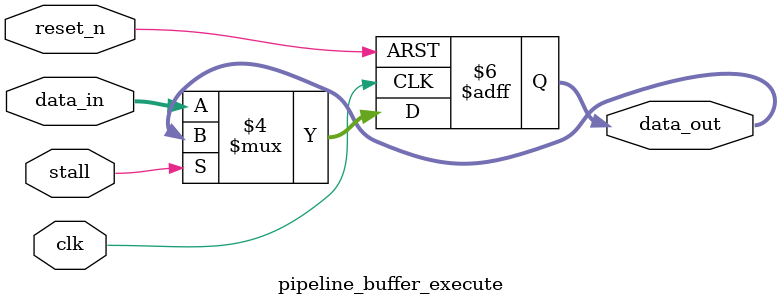
<source format=v>
module pipeline_buffer_execute (
    input clk,
    input reset_n,
	 input stall,
    input [242:0] data_in,
    output reg [242:0] data_out
);

    always @(posedge clk or negedge reset_n) begin
        if (!reset_n)
            data_out <= 243'd0;
		else if(stall) begin
			data_out <= data_out;
		end
        else begin
            data_out <= data_in;
        end
    end
endmodule
</source>
